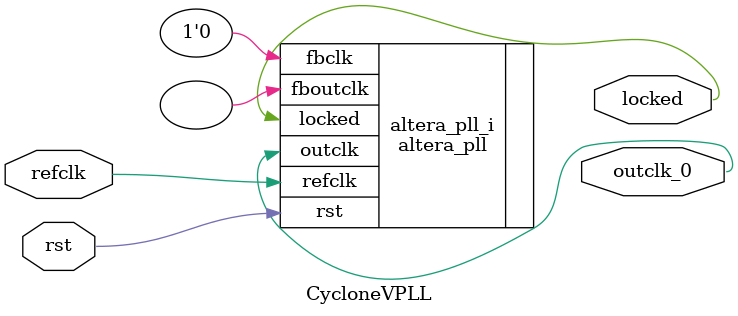
<source format=v>
`timescale 1ns/10ps
module  CycloneVPLL(

	// interface 'refclk'
	input wire refclk,

	// interface 'reset'
	input wire rst,

	// interface 'outclk0'
	output wire outclk_0,

	// interface 'locked'
	output wire locked
);

	altera_pll #(
		.fractional_vco_multiplier("false"),
		.reference_clock_frequency("50.0 MHz"),
		.operation_mode("direct"),
		.number_of_clocks(1),
		.output_clock_frequency0("10.000000 MHz"),
		.phase_shift0("0 ps"),
		.duty_cycle0(50),
		.output_clock_frequency1("0 MHz"),
		.phase_shift1("0 ps"),
		.duty_cycle1(50),
		.output_clock_frequency2("0 MHz"),
		.phase_shift2("0 ps"),
		.duty_cycle2(50),
		.output_clock_frequency3("0 MHz"),
		.phase_shift3("0 ps"),
		.duty_cycle3(50),
		.output_clock_frequency4("0 MHz"),
		.phase_shift4("0 ps"),
		.duty_cycle4(50),
		.output_clock_frequency5("0 MHz"),
		.phase_shift5("0 ps"),
		.duty_cycle5(50),
		.output_clock_frequency6("0 MHz"),
		.phase_shift6("0 ps"),
		.duty_cycle6(50),
		.output_clock_frequency7("0 MHz"),
		.phase_shift7("0 ps"),
		.duty_cycle7(50),
		.output_clock_frequency8("0 MHz"),
		.phase_shift8("0 ps"),
		.duty_cycle8(50),
		.output_clock_frequency9("0 MHz"),
		.phase_shift9("0 ps"),
		.duty_cycle9(50),
		.output_clock_frequency10("0 MHz"),
		.phase_shift10("0 ps"),
		.duty_cycle10(50),
		.output_clock_frequency11("0 MHz"),
		.phase_shift11("0 ps"),
		.duty_cycle11(50),
		.output_clock_frequency12("0 MHz"),
		.phase_shift12("0 ps"),
		.duty_cycle12(50),
		.output_clock_frequency13("0 MHz"),
		.phase_shift13("0 ps"),
		.duty_cycle13(50),
		.output_clock_frequency14("0 MHz"),
		.phase_shift14("0 ps"),
		.duty_cycle14(50),
		.output_clock_frequency15("0 MHz"),
		.phase_shift15("0 ps"),
		.duty_cycle15(50),
		.output_clock_frequency16("0 MHz"),
		.phase_shift16("0 ps"),
		.duty_cycle16(50),
		.output_clock_frequency17("0 MHz"),
		.phase_shift17("0 ps"),
		.duty_cycle17(50),
		.pll_type("General"),
		.pll_subtype("General")
	) altera_pll_i (
		.rst	(rst),
		.outclk	({outclk_0}),
		.locked	(locked),
		.fboutclk	( ),
		.fbclk	(1'b0),
		.refclk	(refclk)
	);
endmodule


</source>
